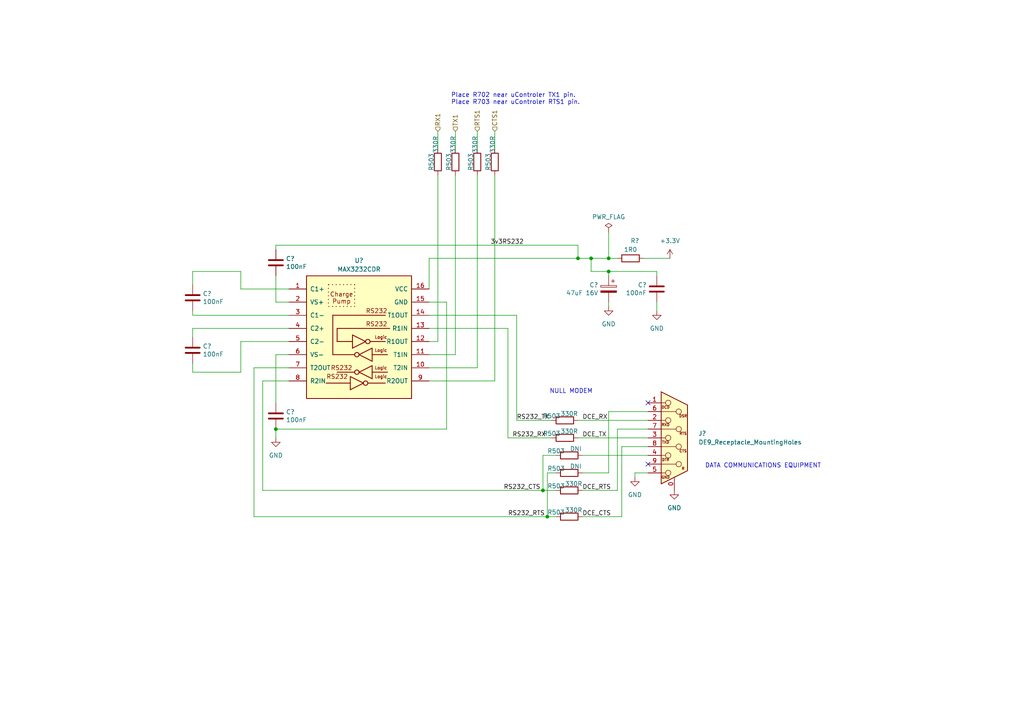
<source format=kicad_sch>
(kicad_sch (version 20230121) (generator eeschema)
  (paper "A4")
  (title_block (title "KRAKE_PCB") (date "2025-07-18") (rev "2.0") (company "PublicInvention") (comment 1 "GNU Affero General Public License v3.0") (comment 2 "DrawnBy: (Forrest) Lee Erickson, Nagham Kheir") (comment 3 "https://github.com/PubInv/krake") (comment 4 "Inherited from the GPAD"))
  (lib_symbols
    (symbol "Device:C" (pin_numbers hide) (pin_names (offset 0.254))
      (property "Reference" "C" (at 0.635 2.54 0))
      (property "Value" "C" (at 0.635 -2.54 0))
      (symbol "C_0_1"
        (polyline (pts (xy -2.032 -0.762) (xy 2.032 -0.762)) (stroke (width 0.508)))
        (polyline (pts (xy -2.032 0.762) (xy 2.032 0.762)) (stroke (width 0.508)))
      )
      (symbol "C_1_1"
        (pin passive line (at 0 3.81 270) (length 2.794) (name "~") (number "1"))
        (pin passive line (at 0 -3.81 90) (length 2.794) (name "~") (number "2"))
      )
    )
    (symbol "Device:C_Polarized" (pin_numbers hide) (pin_names (offset 0.254))
      (property "Reference" "C" (at 0.635 2.54 0))
      (property "Value" "C_Polarized" (at 0.635 -2.54 0))
      (symbol "C_Polarized_0_1"
        (rectangle (start -2.286 0.508) (end 2.286 1.016))
        (polyline (pts (xy -1.778 2.286) (xy -0.762 2.286)))
        (polyline (pts (xy -1.27 2.794) (xy -1.27 1.778)))
        (rectangle (start 2.286 -0.508) (end -2.286 -1.016) (fill (type outline)))
      )
      (symbol "C_Polarized_1_1"
        (pin passive line (at 0 3.81 270) (length 2.794) (name "~") (number "1"))
        (pin passive line (at 0 -3.81 90) (length 2.794) (name "~") (number "2"))
      )
    )
    (symbol "Device:R" (pin_numbers hide) (pin_names (offset 0))
      (property "Reference" "R" (at 2.032 0 90))
      (property "Value" "R" (at 0 0 90))
      (symbol "R_0_1"
        (rectangle (start -1.016 -2.54) (end 1.016 2.54) (stroke (width 0.254)))
      )
      (symbol "R_1_1"
        (pin passive line (at 0 3.81 270) (length 1.27) (name "~") (number "1"))
        (pin passive line (at 0 -3.81 90) (length 1.27) (name "~") (number "2"))
      )
    )
    (symbol "GND_1" (power) (pin_names (offset 0))
      (property "Value" "GND_1" (at 0 -3.81 0))
      (symbol "GND_1_0_1"
        (polyline (pts (xy 0 0) (xy 0 -1.27) (xy 1.27 -1.27) (xy 0 -2.54) (xy -1.27 -1.27) (xy 0 -1.27)))
      )
      (symbol "GND_1_1_1"
        (pin power_in line (at 0 0 270) (length 0) hide (name "GND") (number "1"))
      )
    )
    (symbol "GPAD_SCH_LIB:DE9_Receptacle_MountingHoles_wSIGNALnames" (pin_names (offset 1.016) hide)
      (property "Reference" "J" (at 0 16.51 0))
      (property "Value" "DE9_Receptacle_MountingHoles" (at 0 14.605 0))
      (symbol "DE9_Receptacle_MountingHoles_wSIGNALnames_0_1"
        (circle (center -1.778 -10.16) (radius 0.762))
        (circle (center -1.778 -5.08) (radius 0.762))
        (circle (center -1.778 0) (radius 0.762))
        (circle (center -1.778 5.08) (radius 0.762))
        (circle (center -1.778 10.16) (radius 0.762))
        (polyline (pts (xy -3.81 -10.16) (xy -2.54 -10.16)))
        (polyline (pts (xy -3.81 -7.62) (xy 0.508 -7.62)))
        (polyline (pts (xy -3.81 -5.08) (xy -2.54 -5.08)))
        (polyline (pts (xy -3.81 -2.54) (xy 0.508 -2.54)))
        (polyline (pts (xy -3.81 0) (xy -2.54 0)))
        (polyline (pts (xy -3.81 2.54) (xy 0.508 2.54)))
        (polyline (pts (xy -3.81 5.08) (xy -2.54 5.08)))
        (polyline (pts (xy -3.81 7.62) (xy 0.508 7.62)))
        (polyline (pts (xy -3.81 10.16) (xy -2.54 10.16)))
        (polyline (pts (xy -3.81 13.335) (xy -3.81 -13.335) (xy 3.81 -9.525) (xy 3.81 9.525) (xy -3.81 13.335)) (stroke (width 0.254)) (fill (type background)))
        (circle (center 1.27 -7.62) (radius 0.762))
        (circle (center 1.27 -2.54) (radius 0.762))
        (circle (center 1.27 2.54) (radius 0.762))
        (circle (center 1.27 7.62) (radius 0.762))
      )
      (symbol "DE9_Receptacle_MountingHoles_wSIGNALnames_1_0"
        (text "DSR" (at 2.54 6.35 0) (effects (font (size 0.762 0.762))))
        (text "RTS" (at 2.54 1.27 0) (effects (font (size 0.762 0.762))))
      )
      (symbol "DE9_Receptacle_MountingHoles_wSIGNALnames_1_1"
        (text "CTS" (at 2.54 -3.81 0) (effects (font (size 0.762 0.762))))
        (text "DCD" (at -2.54 8.89 0) (effects (font (size 0.762 0.762))))
        (text "DTR" (at -2.54 -6.35 0) (effects (font (size 0.762 0.762))))
        (text "GND" (at -2.54 -11.43 0) (effects (font (size 0.762 0.762))))
        (text "R" (at 2.54 -8.89 0) (effects (font (size 0.762 0.762))))
        (text "RXD" (at -2.54 3.81 0) (effects (font (size 0.762 0.762))))
        (text "TXD" (at -2.54 -1.27 0) (effects (font (size 0.762 0.762))))
        (pin passive line (at 0 -15.24 90) (length 3.81) (name "PAD") (number "0"))
        (pin passive line (at -7.62 10.16 0) (length 3.81) (name "1") (number "1"))
        (pin passive line (at -7.62 5.08 0) (length 3.81) (name "2") (number "2"))
        (pin passive line (at -7.62 0 0) (length 3.81) (name "3") (number "3"))
        (pin passive line (at -7.62 -5.08 0) (length 3.81) (name "4") (number "4"))
        (pin passive line (at -7.62 -10.16 0) (length 3.81) (name "5") (number "5"))
        (pin passive line (at -7.62 7.62 0) (length 3.81) (name "6") (number "6"))
        (pin passive line (at -7.62 2.54 0) (length 3.81) (name "7") (number "7"))
        (pin passive line (at -7.62 -2.54 0) (length 3.81) (name "8") (number "8"))
        (pin passive line (at -7.62 -7.62 0) (length 3.81) (name "9") (number "9"))
      )
    )
    (symbol "GPAD_SCH_LIB:MAX3232_InOrder" (pin_names (offset 1.016))
      (property "Reference" "U?" (at 1.9559 29.845 0))
      (property "Value" "MAX3232" (at 1.9559 27.305 0))
      (symbol "MAX3232_InOrder_0_0"
        (text "RS232" (at -6.35 -2.54 0) (effects (font (size 1.27 1.27))))
        (text "RS232" (at -5.08 0 0) (effects (font (size 1.27 1.27))))
        (text "RS232" (at 5.08 12.7 0) (effects (font (size 1.27 1.27))))
        (text "RS232" (at 5.08 16.51 0) (effects (font (size 1.27 1.27))))
      )
      (symbol "MAX3232_InOrder_0_1"
        (rectangle (start -15.24 26.67) (end 15.24 -8.89) (stroke (width 0.254)) (fill (type background)))
        (circle (center -0.635 -1.27) (radius 0.635) (stroke (width 0.254)))
        (circle (center -0.635 3.81) (radius 0.635) (stroke (width 0.254)))
        (polyline (pts (xy -7.62 15.24) (xy -7.62 3.81)) (stroke (width 0.254)))
        (polyline (pts (xy -6.35 11.43) (xy -6.35 7.62)) (stroke (width 0.254)))
        (polyline (pts (xy -2.54 -4.445) (xy -9.525 -4.445)) (stroke (width 0.254)))
        (polyline (pts (xy -1.905 7.62) (xy -6.35 7.62)) (stroke (width 0.254)))
        (polyline (pts (xy -1.27 -1.27) (xy -6.35 -1.27)) (stroke (width 0.254)))
        (polyline (pts (xy -1.27 3.81) (xy -7.62 3.81)) (stroke (width 0.254)))
        (polyline (pts (xy 2.54 -4.445) (xy 7.62 -4.445)) (stroke (width 0.254)))
        (polyline (pts (xy 3.175 7.62) (xy 7.62 7.62)) (stroke (width 0.254)))
        (polyline (pts (xy 3.81 -1.27) (xy 8.255 -1.27)) (stroke (width 0.254)))
        (polyline (pts (xy 3.81 3.81) (xy 8.255 3.81)) (stroke (width 0.254)))
        (polyline (pts (xy 7.62 15.24) (xy -7.62 15.24)) (stroke (width 0.254)))
        (polyline (pts (xy 8.89 11.43) (xy -6.35 11.43)) (stroke (width 0.254)))
        (polyline (pts (xy -2.54 -6.35) (xy -2.54 -2.54) (xy 1.27 -4.445) (xy -2.54 -6.35)) (stroke (width 0.254)))
        (polyline (pts (xy -1.905 5.715) (xy -1.905 9.525) (xy 1.905 7.62) (xy -1.905 5.715)) (stroke (width 0.254)))
        (polyline (pts (xy 3.81 -3.175) (xy 3.81 0.635) (xy 0 -1.27) (xy 3.81 -3.175)) (stroke (width 0.254)))
        (polyline (pts (xy 3.81 1.905) (xy 3.81 5.715) (xy 0 3.81) (xy 3.81 1.905)) (stroke (width 0.254)))
        (circle (center 1.905 -4.445) (radius 0.635) (stroke (width 0.254)))
        (circle (center 2.54 7.62) (radius 0.635) (stroke (width 0.254)))
      )
      (symbol "MAX3232_InOrder_1_0"
        (text "Charge\nPump" (at -5.08 20.32 0) (effects (font (size 1.27 1.27))))
        (text "Logic" (at 6.35 -2.54 0) (effects (font (size 0.889 0.889))))
        (text "Logic" (at 6.35 0 0) (effects (font (size 0.889 0.889))))
        (text "Logic" (at 6.35 5.08 0) (effects (font (size 0.889 0.889))))
        (text "Logic" (at 6.35 8.89 0) (effects (font (size 0.889 0.889))))
      )
      (symbol "MAX3232_InOrder_1_1"
        (polyline (pts (xy -8.89 24.13) (xy -8.89 17.78)) (stroke (width 0.254) (type dot)))
        (polyline (pts (xy -1.27 17.78) (xy -8.89 17.78)) (stroke (width 0.254) (type dot)))
        (polyline (pts (xy -1.27 24.13) (xy -8.89 24.13)) (stroke (width 0.254) (type dot)))
        (polyline (pts (xy -1.27 24.13) (xy -1.27 17.78)) (stroke (width 0.254) (type dot)))
        (pin passive line (at -20.32 22.86 0) (length 5.08) (name "C1+") (number "1"))
        (pin input line (at 20.32 0 180) (length 5.08) (name "T2IN") (number "10"))
        (pin input line (at 20.32 3.81 180) (length 5.08) (name "T1IN") (number "11"))
        (pin output line (at 20.32 7.62 180) (length 5.08) (name "R1OUT") (number "12"))
        (pin input line (at 20.32 11.43 180) (length 5.08) (name "R1IN") (number "13"))
        (pin output line (at 20.32 15.24 180) (length 5.08) (name "T1OUT") (number "14"))
        (pin power_in line (at 20.32 19.05 180) (length 5.08) (name "GND") (number "15"))
        (pin power_in line (at 20.32 22.86 180) (length 5.08) (name "VCC") (number "16"))
        (pin power_out line (at -20.32 19.05 0) (length 5.08) (name "VS+") (number "2"))
        (pin passive line (at -20.32 15.24 0) (length 5.08) (name "C1-") (number "3"))
        (pin passive line (at -20.32 11.43 0) (length 5.08) (name "C2+") (number "4"))
        (pin passive line (at -20.32 7.62 0) (length 5.08) (name "C2-") (number "5"))
        (pin power_out line (at -20.32 3.81 0) (length 5.08) (name "VS-") (number "6"))
        (pin output line (at -20.32 0 0) (length 5.08) (name "T2OUT") (number "7"))
        (pin input line (at -20.32 -3.81 0) (length 5.08) (name "R2IN") (number "8"))
        (pin output line (at 20.32 -3.81 180) (length 5.08) (name "R2OUT") (number "9"))
      )
    )
    (symbol "power:+3.3V" (power) (pin_names (offset 0))
      (property "Value" "+3.3V" (at 0 3.556 0))
      (symbol "+3.3V_0_1"
        (polyline (pts (xy -0.762 1.27) (xy 0 2.54)))
        (polyline (pts (xy 0 0) (xy 0 2.54)))
        (polyline (pts (xy 0 2.54) (xy 0.762 1.27)))
      )
      (symbol "+3.3V_1_1"
        (pin power_in line (at 0 0 90) (length 0) hide (name "+3.3V") (number "1"))
      )
    )
    (symbol "power:PWR_FLAG" (power) (pin_numbers hide) (pin_names (offset 0) hide)
      (property "Value" "PWR_FLAG" (at 0 3.81 0))
      (symbol "PWR_FLAG_0_0"
        (pin power_out line (at 0 0 90) (length 0) (name "pwr") (number "1"))
      )
      (symbol "PWR_FLAG_0_1"
        (polyline (pts (xy 0 0) (xy 0 1.27) (xy -1.016 1.905) (xy 0 2.54) (xy 1.016 1.905) (xy 0 1.27)))
      )
    )
  )
  (junction (at 176.53 78.74))
  (junction (at 80.01 124.46))
  (junction (at 171.45 74.93))
  (junction (at 176.53 74.93))
  (junction (at 167.64 74.93))
  (junction (at 158.75 149.86))
  (junction (at 157.48 142.24))
  (no_connect (at 187.96 134.62))
  (no_connect (at 187.96 116.84))
  (wire (pts (xy 127 38.1) (xy 127 43.18)))
  (wire (pts (xy 55.88 105.41) (xy 55.88 107.95)))
  (wire (pts (xy 138.43 38.1) (xy 138.43 43.18)))
  (wire (pts (xy 180.34 129.54) (xy 187.96 129.54)))
  (wire (pts (xy 69.85 107.95) (xy 69.85 99.06)))
  (wire (pts (xy 69.85 78.74) (xy 55.88 78.74)))
  (wire (pts (xy 76.2 142.24) (xy 157.48 142.24)))
  (wire (pts (xy 132.08 102.87) (xy 124.46 102.87)))
  (wire (pts (xy 190.5 78.74) (xy 176.53 78.74)))
  (wire (pts (xy 124.46 106.68) (xy 138.43 106.68)))
  (wire (pts (xy 179.07 74.93) (xy 176.53 74.93)))
  (wire (pts (xy 187.96 132.08) (xy 168.91 132.08)))
  (wire (pts (xy 161.29 132.08) (xy 157.48 132.08)))
  (wire (pts (xy 80.01 71.12) (xy 80.01 72.39)))
  (wire (pts (xy 132.08 38.1) (xy 132.08 43.18)))
  (wire (pts (xy 184.15 138.43) (xy 184.15 137.16)))
  (wire (pts (xy 179.07 124.46) (xy 187.96 124.46)))
  (wire (pts (xy 184.15 137.16) (xy 187.96 137.16)))
  (wire (pts (xy 127 99.06) (xy 124.46 99.06)))
  (wire (pts (xy 147.32 127) (xy 160.02 127)))
  (wire (pts (xy 83.82 83.82) (xy 69.85 83.82)))
  (wire (pts (xy 176.53 88.9) (xy 176.53 87.63)))
  (wire (pts (xy 168.91 142.24) (xy 179.07 142.24)))
  (wire (pts (xy 167.64 127) (xy 187.96 127)))
  (wire (pts (xy 138.43 50.8) (xy 138.43 106.68)))
  (wire (pts (xy 158.75 149.86) (xy 161.29 149.86)))
  (wire (pts (xy 124.46 87.63) (xy 129.54 87.63)))
  (wire (pts (xy 55.88 90.17) (xy 55.88 91.44)))
  (wire (pts (xy 69.85 99.06) (xy 83.82 99.06)))
  (wire (pts (xy 83.82 95.25) (xy 55.88 95.25)))
  (wire (pts (xy 176.53 137.16) (xy 168.91 137.16)))
  (wire (pts (xy 157.48 142.24) (xy 161.29 142.24)))
  (wire (pts (xy 80.01 71.12) (xy 167.64 71.12)))
  (wire (pts (xy 190.5 90.17) (xy 190.5 87.63)))
  (wire (pts (xy 55.88 78.74) (xy 55.88 82.55)))
  (wire (pts (xy 83.82 110.49) (xy 76.2 110.49)))
  (wire (pts (xy 124.46 74.93) (xy 167.64 74.93)))
  (wire (pts (xy 149.86 121.92) (xy 160.02 121.92)))
  (wire (pts (xy 80.01 124.46) (xy 129.54 124.46)))
  (wire (pts (xy 124.46 95.25) (xy 147.32 95.25)))
  (wire (pts (xy 55.88 107.95) (xy 69.85 107.95)))
  (wire (pts (xy 176.53 78.74) (xy 171.45 78.74)))
  (wire (pts (xy 171.45 74.93) (xy 176.53 74.93)))
  (wire (pts (xy 55.88 95.25) (xy 55.88 97.79)))
  (wire (pts (xy 176.53 80.01) (xy 176.53 78.74)))
  (wire (pts (xy 80.01 124.46) (xy 80.01 127)))
  (wire (pts (xy 176.53 67.31) (xy 176.53 74.93)))
  (wire (pts (xy 80.01 102.87) (xy 80.01 116.84)))
  (wire (pts (xy 80.01 87.63) (xy 83.82 87.63)))
  (wire (pts (xy 124.46 74.93) (xy 124.46 83.82)))
  (wire (pts (xy 161.29 137.16) (xy 158.75 137.16)))
  (wire (pts (xy 143.51 110.49) (xy 124.46 110.49)))
  (wire (pts (xy 55.88 91.44) (xy 83.82 91.44)))
  (wire (pts (xy 69.85 83.82) (xy 69.85 78.74)))
  (wire (pts (xy 167.64 121.92) (xy 187.96 121.92)))
  (wire (pts (xy 129.54 87.63) (xy 129.54 124.46)))
  (wire (pts (xy 179.07 142.24) (xy 179.07 124.46)))
  (wire (pts (xy 149.86 91.44) (xy 149.86 121.92)))
  (wire (pts (xy 73.66 149.86) (xy 158.75 149.86)))
  (wire (pts (xy 180.34 149.86) (xy 180.34 129.54)))
  (wire (pts (xy 190.5 80.01) (xy 190.5 78.74)))
  (wire (pts (xy 176.53 119.38) (xy 176.53 137.16)))
  (wire (pts (xy 143.51 50.8) (xy 143.51 110.49)))
  (wire (pts (xy 147.32 95.25) (xy 147.32 127)))
  (wire (pts (xy 167.64 74.93) (xy 171.45 74.93)))
  (wire (pts (xy 167.64 71.12) (xy 167.64 74.93)))
  (wire (pts (xy 124.46 91.44) (xy 149.86 91.44)))
  (wire (pts (xy 83.82 106.68) (xy 73.66 106.68)))
  (wire (pts (xy 157.48 132.08) (xy 157.48 142.24)))
  (wire (pts (xy 76.2 110.49) (xy 76.2 142.24)))
  (wire (pts (xy 194.31 74.93) (xy 186.69 74.93)))
  (wire (pts (xy 158.75 137.16) (xy 158.75 149.86)))
  (wire (pts (xy 168.91 149.86) (xy 180.34 149.86)))
  (wire (pts (xy 143.51 38.1) (xy 143.51 43.18)))
  (wire (pts (xy 132.08 50.8) (xy 132.08 102.87)))
  (wire (pts (xy 171.45 78.74) (xy 171.45 74.93)))
  (wire (pts (xy 127 50.8) (xy 127 99.06)))
  (wire (pts (xy 80.01 102.87) (xy 83.82 102.87)))
  (wire (pts (xy 73.66 106.68) (xy 73.66 149.86)))
  (wire (pts (xy 80.01 80.01) (xy 80.01 87.63)))
  (wire (pts (xy 187.96 119.38) (xy 176.53 119.38)))
  (text "Place R702 near uControler TX1 pin.\nPlace R703 near uControler RTS1 pin." (at 130.81 30.48 0) (effects (font (size 1.27 1.27)) (justify left bottom)))
  (text "NULL MODEM" (at 159.385 114.3 0) (effects (font (size 1.27 1.27)) (justify left bottom)))
  (text "DATA COMMUNICATIONS EQUIPMENT" (at 204.47 135.89 0) (effects (font (size 1.27 1.27)) (justify left bottom)))
  (label "3v3RS232" (at 142.24 71.12 0))
  (label "RS232_RX" (at 148.59 127 0))
  (label "RS232_TX" (at 149.86 121.92 0))
  (label "RS232_RTS" (at 147.32 149.86 0))
  (label "DCE_RX" (at 168.91 121.92 0))
  (label "DCE_TX" (at 168.91 127 0))
  (label "DCE_RTS" (at 168.91 142.24 0))
  (label "DCE_CTS" (at 168.91 149.86 0))
  (label "RS232_CTS" (at 146.05 142.24 0))
  (hierarchical_label "CTS1" (shape input) (at 143.51 38.1 90))
  (hierarchical_label "TX1" (shape input) (at 132.08 38.1 90))
  (hierarchical_label "RX1" (shape input) (at 127 38.1 90))
  (hierarchical_label "RTS1" (shape input) (at 138.43 38.1 90))
  (symbol (lib_name "GND_1") (lib_id "power:GND") (at 195.58 142.24 0) (unit 1)
    (property "Reference" "#PWR0108" (effects hide))
    (property "Value" "GND" (at 195.58 147.32 0))
    (instances (project "PWA_REV2" (path "" (reference "#PWR0108") (unit 1)) (path "" (reference "#PWR0703") (unit 1))))
  )
  (symbol (lib_id "Device:R") (at 132.08 46.99 0) (unit 1)
    (property "Reference" "R503" (at 130.175 46.99 90))
    (property "Value" "330R" (at 131.445 41.91 90))
    (property "Footprint" "Resistor_SMD:R_0603_1608Metric_Pad0.98x0.95mm_HandSolder" (effects hide))
    (property "Distributor 1" "JLCPCB" (effects hide))
    (property "Distributor 1 PN" "C269711" (effects hide))
    (property "Manufacturer" "TyoHM" (effects hide))
    (property "MPN" "RMC06033301%N" (effects hide))
    (property "Description" "0.1W ±1% 330Ω 0603 Chip Resistor - Surface Mount ROHS" (effects hide))
    (property "AssemblyType" "SMT" (effects hide))
    (property "Cost" "0.0015" (effects hide))
    (instances (project "PWA_REV2" (path "" (reference "R503") (unit 1)) (path "" (reference "R?") (unit 1)) (path "" (reference "R702") (unit 1))))
  )
  (symbol (lib_id "GPAD_SCH_LIB:DE9_Receptacle_MountingHoles_wSIGNALnames") (at 195.58 127 0) (unit 1)
    (property "Reference" "J?" (at 202.565 125.73 0) (effects (justify left)))
    (property "Value" "DE9_Receptacle_MountingHoles" (at 202.565 128.27 0) (effects (justify left)))
    (property "Footprint" "Connector_Dsub:DSUB-9_Female_Horizontal_P2.77x2.84mm_EdgePinOffset9.90mm_Housed_MountingHolesOffset11.32mm" (effects hide))
    (property "Datasheet" " ~" (effects hide))
    (property "MPN 2" "https://www.amazon.com/Pc-Accessories-Connectors-Connector-20-Pack/dp/B014IVD7L0/ref=sr_1_1" (effects hide))
    (property "Manufacturer 2" "Connectors Pro" (effects hide))
    (property "AssemblyType" "HAND" (effects hide))
    (property "Cost" "0.5" (effects hide))
    (property "Description" "DB9 Male and Female D-Sub Solder Type Connector" (effects hide))
    (property "Distributor 1" "JLCPCB" (effects hide))
    (property "Distributor 1 PN" "C3013509" (effects hide))
    (property "MPN" "LD09S13A4GX00LF" (effects hide))
    (property "Manufacturer" "Amphenol ICC (FCI)" (effects hide))
    (property "Distributor 2" "DigiKey" (effects hide))
    (property "Distributor 2 PN" "609-5189-ND" (effects hide))
    (property "Distributor 2" "DigiKey" (effects hide))
    (property "Distributor 2 PN" "609-5189-ND" (effects hide))
    (instances (project "PWA_REV2" (path "" (reference "J?") (unit 1)) (path "" (reference "J701") (unit 1))))
  )
  (symbol (lib_id "GPAD_SCH_LIB:MAX3232_InOrder") (at 104.14 106.68 0) (unit 1)
    (property "Reference" "U?" (at 104.14 75.565 0))
    (property "Value" "MAX3232CDR" (at 104.14 78.105 0))
    (property "Footprint" "Package_SO:SOIC-16_4.55x10.3mm_P1.27mm" (effects hide))
    (property "Datasheet" "https://www.ti.com/lit/ds/symlink/max3232.pdf" (effects hide))
    (property "Distributor 1" "JLCPCB" (effects hide))
    (property "MPN 2" " MAX3232ID (JLCPCB Part # C354119)" (effects hide))
    (property "AssemblyType" "SMT" (effects hide))
    (property "Cost" "1.6050" (effects hide))
    (property "Description" "250Kbps Transceiver 2/2 SOIC-16 RS232 ICs ROHS MAX3232CDR" (effects hide))
    (property "MPN" "MAX3232CDR" (effects hide))
    (property "Manufacturer" "Texas Instruments" (effects hide))
    (property "Distributor 1 PN" "C45843" (effects hide))
    (instances (project "PWA_REV2" (path "" (reference "U?") (unit 1)) (path "" (reference "U701") (unit 1))))
  )
  (symbol (lib_id "Device:R") (at 165.1 132.08 90) (unit 1) (in_bom no)
    (property "Reference" "R503" (at 161.29 130.81 90))
    (property "Value" "DNI" (at 167.005 130.175 90))
    (property "Footprint" "Resistor_SMD:R_0603_1608Metric_Pad0.98x0.95mm_HandSolder" (effects hide))
    (property "Distributor 1" "JLCPCB" (effects hide))
    (property "Distributor 1 PN" "C269711" (effects hide))
    (property "Manufacturer" "TyoHM" (effects hide))
    (property "MPN" "RMC06033301%N" (effects hide))
    (property "Description" "0.1W ±1% 330Ω 0603 Chip Resistor - Surface Mount ROHS" (effects hide))
    (property "AssemblyType" "SMT" (effects hide))
    (property "Cost" "0.0015" (effects hide))
    (instances (project "PWA_REV2" (path "" (reference "R503") (unit 1)) (path "" (reference "R?") (unit 1)) (path "" (reference "R707") (unit 1))))
  )
  (symbol (lib_name "GND_1") (lib_id "power:GND") (at 80.01 127 0) (unit 1)
    (property "Reference" "#PWR0108" (effects hide))
    (property "Value" "GND" (at 80.01 132.08 0))
    (instances (project "PWA_REV2" (path "" (reference "#PWR0108") (unit 1)) (path "" (reference "#PWR0701") (unit 1))))
  )
  (symbol (lib_id "Device:C_Polarized") (at 176.53 83.82 0) (mirror y) (unit 1)
    (property "Reference" "C?" (at 173.5328 82.6516 0) (effects (justify left)))
    (property "Value" "47uF 16V" (at 173.5328 84.963 0) (effects (justify left)))
    (property "Footprint" "Capacitor_SMD:CP_Elec_5x5.4" (effects hide))
    (property "Distributor 1" "JLCPCB" (effects hide))
    (property "Distributor 1 PN" "C2895272" (effects hide))
    (property "Manufacturer" "KNSCHA" (effects hide))
    (property "MPN" "RVT47UF16V67RV0019" (effects hide))
    (property "AssemblyType" "SMT" (effects hide))
    (property "Cost" "0.038" (effects hide))
    (property "Description" "47uF 16V 33mA@120Hz ±20% SMD,D5xL5.4mm Aluminum Electrolytic Capacitors - SMD ROHS" (effects hide))
    (instances (project "PWA_REV2" (path "" (reference "C?") (unit 1)) (path "" (reference "C705") (unit 1))))
  )
  (symbol (lib_id "power:PWR_FLAG") (at 176.53 67.31 0) (mirror y) (unit 1)
    (property "Reference" "#FLG03" (effects hide))
    (property "Value" "PWR_FLAG" (at 176.53 62.9158 0))
  )
  (symbol (lib_name "GND_1") (lib_id "power:GND") (at 190.5 90.17 0) (unit 1)
    (property "Reference" "#PWR0108" (effects hide))
    (property "Value" "GND" (at 190.5 95.25 0))
    (instances (project "PWA_REV2" (path "" (reference "#PWR0108") (unit 1)) (path "" (reference "#PWR0705") (unit 1))))
  )
  (symbol (lib_id "Device:R") (at 165.1 149.86 90) (unit 1)
    (property "Reference" "R503" (at 161.29 148.59 90))
    (property "Value" "330R" (at 166.37 147.955 90))
    (property "Footprint" "Resistor_SMD:R_0603_1608Metric_Pad0.98x0.95mm_HandSolder" (effects hide))
    (property "Distributor 1" "JLCPCB" (effects hide))
    (property "Distributor 1 PN" "C269711" (effects hide))
    (property "Manufacturer" "TyoHM" (effects hide))
    (property "MPN" "RMC06033301%N" (effects hide))
    (property "Description" "0.1W ±1% 330Ω 0603 Chip Resistor - Surface Mount ROHS" (effects hide))
    (property "AssemblyType" "SMT" (effects hide))
    (property "Cost" "0.0015" (effects hide))
    (instances (project "PWA_REV2" (path "" (reference "R503") (unit 1)) (path "" (reference "R?") (unit 1)) (path "" (reference "R710") (unit 1))))
  )
  (symbol (lib_id "Device:C") (at 190.5 83.82 0) (mirror y) (unit 1)
    (property "Reference" "C?" (at 187.579 82.6516 0) (effects (justify left)))
    (property "Value" "100nF" (at 187.579 84.963 0) (effects (justify left)))
    (property "Footprint" "Capacitor_SMD:C_0603_1608Metric_Pad1.08x0.95mm_HandSolder" (effects hide))
    (property "Distributor 1" "JLCPCB" (effects hide))
    (property "Distributor 1 PN" "C14663" (effects hide))
    (property "Manufacturer" "YAGEO" (effects hide))
    (property "MPN" "CC0603KRX7R9BB104" (effects hide))
    (property "Description" "50V 100nF X7R ±10% 0603 Multilayer Ceramic Capacitors MLCC - SMD/SMT ROHS" (effects hide))
    (property "AssemblyType" "SMT" (effects hide))
    (property "Cost" "0.0021" (effects hide))
    (instances (project "PWA_REV2" (path "" (reference "C?") (unit 1)) (path "" (reference "C706") (unit 1))))
  )
  (symbol (lib_name "GND_1") (lib_id "power:GND") (at 176.53 88.9 0) (unit 1)
    (property "Reference" "#PWR0108" (effects hide))
    (property "Value" "GND" (at 176.53 93.98 0))
    (instances (project "PWA_REV2" (path "" (reference "#PWR0108") (unit 1)) (path "" (reference "#PWR0704") (unit 1))))
  )
  (symbol (lib_id "Device:R") (at 138.43 46.99 0) (unit 1)
    (property "Reference" "R503" (at 136.525 46.99 90))
    (property "Value" "330R" (at 137.795 41.91 90))
    (property "Footprint" "Resistor_SMD:R_0603_1608Metric_Pad0.98x0.95mm_HandSolder" (effects hide))
    (property "Distributor 1" "JLCPCB" (effects hide))
    (property "Distributor 1 PN" "C269711" (effects hide))
    (property "Manufacturer" "TyoHM" (effects hide))
    (property "MPN" "RMC06033301%N" (effects hide))
    (property "Description" "0.1W ±1% 330Ω 0603 Chip Resistor - Surface Mount ROHS" (effects hide))
    (property "AssemblyType" "SMT" (effects hide))
    (property "Cost" "0.0015" (effects hide))
    (instances (project "PWA_REV2" (path "" (reference "R503") (unit 1)) (path "" (reference "R?") (unit 1)) (path "" (reference "R703") (unit 1))))
  )
  (symbol (lib_id "Device:C") (at 55.88 86.36 0) (unit 1)
    (property "Reference" "C?" (at 58.801 85.1916 0) (effects (justify left)))
    (property "Value" "100nF" (at 58.801 87.503 0) (effects (justify left)))
    (property "Footprint" "Capacitor_SMD:C_0603_1608Metric_Pad1.08x0.95mm_HandSolder" (effects hide))
    (property "Distributor 1" "JLCPCB" (effects hide))
    (property "Distributor 1 PN" "C14663" (effects hide))
    (property "Manufacturer" "YAGEO" (effects hide))
    (property "MPN" "CC0603KRX7R9BB104" (effects hide))
    (property "Description" "50V 100nF X7R ±10% 0603 Multilayer Ceramic Capacitors MLCC - SMD/SMT ROHS" (effects hide))
    (property "AssemblyType" "SMT" (effects hide))
    (property "Cost" "0.0021" (effects hide))
    (instances (project "PWA_REV2" (path "" (reference "C?") (unit 1)) (path "" (reference "C701") (unit 1))))
  )
  (symbol (lib_id "Device:C") (at 55.88 101.6 0) (unit 1)
    (property "Reference" "C?" (at 58.801 100.4316 0) (effects (justify left)))
    (property "Value" "100nF" (at 58.801 102.743 0) (effects (justify left)))
    (property "Footprint" "Capacitor_SMD:C_0603_1608Metric_Pad1.08x0.95mm_HandSolder" (effects hide))
    (property "Distributor 1" "JLCPCB" (effects hide))
    (property "Distributor 1 PN" "C14663" (effects hide))
    (property "Manufacturer" "YAGEO" (effects hide))
    (property "MPN" "CC0603KRX7R9BB104" (effects hide))
    (property "Description" "50V 100nF X7R ±10% 0603 Multilayer Ceramic Capacitors MLCC - SMD/SMT ROHS" (effects hide))
    (property "AssemblyType" "SMT" (effects hide))
    (property "Cost" "0.0021" (effects hide))
    (instances (project "PWA_REV2" (path "" (reference "C?") (unit 1)) (path "" (reference "C702") (unit 1))))
  )
  (symbol (lib_id "Device:R") (at 143.51 46.99 0) (unit 1)
    (property "Reference" "R503" (at 141.605 46.99 90))
    (property "Value" "330R" (at 142.875 41.91 90))
    (property "Footprint" "Resistor_SMD:R_0603_1608Metric_Pad0.98x0.95mm_HandSolder" (effects hide))
    (property "Distributor 1" "JLCPCB" (effects hide))
    (property "Distributor 1 PN" "C269711" (effects hide))
    (property "Manufacturer" "TyoHM" (effects hide))
    (property "MPN" "RMC06033301%N" (effects hide))
    (property "Description" "0.1W ±1% 330Ω 0603 Chip Resistor - Surface Mount ROHS" (effects hide))
    (property "AssemblyType" "SMT" (effects hide))
    (property "Cost" "0.0015" (effects hide))
    (instances (project "PWA_REV2" (path "" (reference "R503") (unit 1)) (path "" (reference "R?") (unit 1)) (path "" (reference "R704") (unit 1))))
  )
  (symbol (lib_id "Device:R") (at 163.83 127 90) (unit 1)
    (property "Reference" "R503" (at 160.02 125.73 90))
    (property "Value" "330R" (at 165.1 125.095 90))
    (property "Footprint" "Resistor_SMD:R_0603_1608Metric_Pad0.98x0.95mm_HandSolder" (effects hide))
    (property "Distributor 1" "JLCPCB" (effects hide))
    (property "Distributor 1 PN" "C269711" (effects hide))
    (property "Manufacturer" "TyoHM" (effects hide))
    (property "MPN" "RMC06033301%N" (effects hide))
    (property "Description" "0.1W ±1% 330Ω 0603 Chip Resistor - Surface Mount ROHS" (effects hide))
    (property "AssemblyType" "SMT" (effects hide))
    (property "Cost" "0.0015" (effects hide))
    (instances (project "PWA_REV2" (path "" (reference "R503") (unit 1)) (path "" (reference "R?") (unit 1)) (path "" (reference "R706") (unit 1))))
  )
  (symbol (lib_id "Device:R") (at 182.88 74.93 90) (mirror x) (unit 1)
    (property "Reference" "R?" (at 184.15 69.85 90))
    (property "Value" "1R0" (at 182.88 72.39 90))
    (property "Footprint" "Resistor_SMD:R_0603_1608Metric_Pad0.98x0.95mm_HandSolder" (effects hide))
    (property "Distributor 1" "JLCPCB" (effects hide))
    (property "Distributor 1 PN" "C269434" (effects hide))
    (property "Manufacturer" "TyoHM" (effects hide))
    (property "MPN" "RMC060315%N" (effects hide))
    (property "Description" "0.1W ±5% 1Ω 0603 Chip Resistor - Surface Mount ROHS" (effects hide))
    (property "AssemblyType" "SMT" (effects hide))
    (property "Cost" "0.0015" (effects hide))
    (instances (project "PWA_REV2" (path "" (reference "R?") (unit 1)) (path "" (reference "R711") (unit 1))))
  )
  (symbol (lib_id "Device:R") (at 165.1 142.24 90) (unit 1)
    (property "Reference" "R503" (at 161.29 140.97 90))
    (property "Value" "330R" (at 166.37 140.335 90))
    (property "Footprint" "Resistor_SMD:R_0603_1608Metric_Pad0.98x0.95mm_HandSolder" (effects hide))
    (property "Distributor 1" "JLCPCB" (effects hide))
    (property "Distributor 1 PN" "C269711" (effects hide))
    (property "Manufacturer" "TyoHM" (effects hide))
    (property "MPN" "RMC06033301%N" (effects hide))
    (property "Description" "0.1W ±1% 330Ω 0603 Chip Resistor - Surface Mount ROHS" (effects hide))
    (property "AssemblyType" "SMT" (effects hide))
    (property "Cost" "0.0015" (effects hide))
    (instances (project "PWA_REV2" (path "" (reference "R503") (unit 1)) (path "" (reference "R?") (unit 1)) (path "" (reference "R709") (unit 1))))
  )
  (symbol (lib_id "Device:R") (at 165.1 137.16 90) (unit 1) (in_bom no)
    (property "Reference" "R503" (at 161.29 135.89 90))
    (property "Value" "DNI" (at 167.005 135.255 90))
    (property "Footprint" "Resistor_SMD:R_0603_1608Metric_Pad0.98x0.95mm_HandSolder" (effects hide))
    (property "Distributor 1" "JLCPCB" (effects hide))
    (property "Distributor 1 PN" "C269711" (effects hide))
    (property "Manufacturer" "TyoHM" (effects hide))
    (property "MPN" "RMC06033301%N" (effects hide))
    (property "Description" "0.1W ±1% 330Ω 0603 Chip Resistor - Surface Mount ROHS" (effects hide))
    (property "AssemblyType" "SMT" (effects hide))
    (property "Cost" "0.0015" (effects hide))
    (instances (project "PWA_REV2" (path "" (reference "R503") (unit 1)) (path "" (reference "R?") (unit 1)) (path "" (reference "R708") (unit 1))))
  )
  (symbol (lib_id "power:+3.3V") (at 194.31 74.93 0) (mirror y) (unit 1)
    (property "Reference" "#PWR030" (effects hide))
    (property "Value" "+3.3V" (at 194.31 69.85 0))
    (instances (project "PWA_REV2" (path "" (reference "#PWR030") (unit 1)) (path "" (reference "#PWR031") (unit 1))))
  )
  (symbol (lib_id "Device:C") (at 80.01 120.65 0) (unit 1)
    (property "Reference" "C?" (at 82.931 119.4816 0) (effects (justify left)))
    (property "Value" "100nF" (at 82.931 121.793 0) (effects (justify left)))
    (property "Footprint" "Capacitor_SMD:C_0603_1608Metric_Pad1.08x0.95mm_HandSolder" (effects hide))
    (property "Distributor 1" "JLCPCB" (effects hide))
    (property "Distributor 1 PN" "C14663" (effects hide))
    (property "Manufacturer" "YAGEO" (effects hide))
    (property "MPN" "CC0603KRX7R9BB104" (effects hide))
    (property "Description" "50V 100nF X7R ±10% 0603 Multilayer Ceramic Capacitors MLCC - SMD/SMT ROHS" (effects hide))
    (property "AssemblyType" "SMT" (effects hide))
    (property "Cost" "0.0021" (effects hide))
    (instances (project "PWA_REV2" (path "" (reference "C?") (unit 1)) (path "" (reference "C704") (unit 1))))
  )
  (symbol (lib_id "Device:R") (at 127 46.99 0) (unit 1)
    (property "Reference" "R503" (at 125.095 46.99 90))
    (property "Value" "330R" (at 126.365 41.91 90))
    (property "Footprint" "Resistor_SMD:R_0603_1608Metric_Pad0.98x0.95mm_HandSolder" (effects hide))
    (property "Distributor 1" "JLCPCB" (effects hide))
    (property "Distributor 1 PN" "C269711" (effects hide))
    (property "Manufacturer" "TyoHM" (effects hide))
    (property "MPN" "RMC06033301%N" (effects hide))
    (property "Description" "0.1W ±1% 330Ω 0603 Chip Resistor - Surface Mount ROHS" (effects hide))
    (property "AssemblyType" "SMT" (effects hide))
    (property "Cost" "0.0015" (effects hide))
    (instances (project "PWA_REV2" (path "" (reference "R503") (unit 1)) (path "" (reference "R?") (unit 1)) (path "" (reference "R701") (unit 1))))
  )
  (symbol (lib_name "GND_1") (lib_id "power:GND") (at 184.15 138.43 0) (unit 1)
    (property "Reference" "#PWR0108" (effects hide))
    (property "Value" "GND" (at 184.15 143.51 0))
    (instances (project "PWA_REV2" (path "" (reference "#PWR0108") (unit 1)) (path "" (reference "#PWR0702") (unit 1))))
  )
  (symbol (lib_id "Device:R") (at 163.83 121.92 90) (unit 1)
    (property "Reference" "R503" (at 160.02 120.65 90))
    (property "Value" "330R" (at 165.1 120.015 90))
    (property "Footprint" "Resistor_SMD:R_0603_1608Metric_Pad0.98x0.95mm_HandSolder" (effects hide))
    (property "Distributor 1" "JLCPCB" (effects hide))
    (property "Distributor 1 PN" "C269711" (effects hide))
    (property "Manufacturer" "TyoHM" (effects hide))
    (property "MPN" "RMC06033301%N" (effects hide))
    (property "Description" "0.1W ±1% 330Ω 0603 Chip Resistor - Surface Mount ROHS" (effects hide))
    (property "AssemblyType" "SMT" (effects hide))
    (property "Cost" "0.0015" (effects hide))
    (instances (project "PWA_REV2" (path "" (reference "R503") (unit 1)) (path "" (reference "R?") (unit 1)) (path "" (reference "R705") (unit 1))))
  )
  (symbol (lib_id "Device:C") (at 80.01 76.2 0) (unit 1)
    (property "Reference" "C?" (at 82.931 75.0316 0) (effects (justify left)))
    (property "Value" "100nF" (at 82.931 77.343 0) (effects (justify left)))
    (property "Footprint" "Capacitor_SMD:C_0603_1608Metric_Pad1.08x0.95mm_HandSolder" (effects hide))
    (property "Distributor 1" "JLCPCB" (effects hide))
    (property "Distributor 1 PN" "C14663" (effects hide))
    (property "Manufacturer" "YAGEO" (effects hide))
    (property "MPN" "CC0603KRX7R9BB104" (effects hide))
    (property "Description" "50V 100nF X7R ±10% 0603 Multilayer Ceramic Capacitors MLCC - SMD/SMT ROHS" (effects hide))
    (property "AssemblyType" "SMT" (effects hide))
    (property "Cost" "0.0021" (effects hide))
    (instances (project "PWA_REV2" (path "" (reference "C?") (unit 1)) (path "" (reference "C703") (unit 1))))
  )
)
</source>
